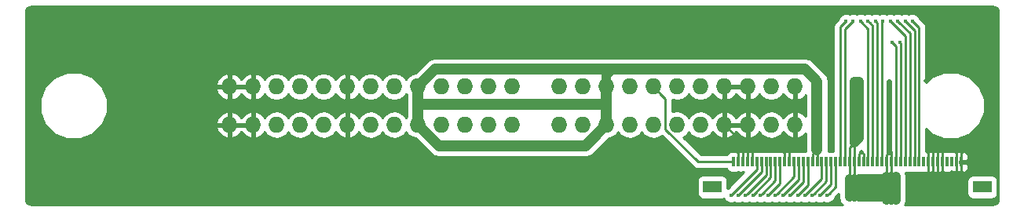
<source format=gbr>
G04 #@! TF.FileFunction,Copper,L2,Bot,Signal*
%FSLAX46Y46*%
G04 Gerber Fmt 4.6, Leading zero omitted, Abs format (unit mm)*
G04 Created by KiCad (PCBNEW 4.0.6) date Mon Sep  4 14:46:53 2017*
%MOMM*%
%LPD*%
G01*
G04 APERTURE LIST*
%ADD10C,0.100000*%
%ADD11C,0.500000*%
%ADD12O,1.727200X1.727200*%
%ADD13R,0.300000X1.000000*%
%ADD14R,2.000000X1.300000*%
%ADD15C,0.400000*%
%ADD16C,1.200000*%
%ADD17C,0.300000*%
%ADD18C,0.250000*%
%ADD19C,0.600000*%
%ADD20C,1.000000*%
%ADD21C,0.254000*%
G04 APERTURE END LIST*
D10*
D11*
X128651000Y-35433000D03*
X129794000Y-34671000D03*
X131318000Y-34290000D03*
X132842000Y-34671000D03*
X134112000Y-35560000D03*
X134747000Y-36576000D03*
X132842000Y-41656000D03*
X134112000Y-40767000D03*
X134874000Y-39624000D03*
X135128000Y-38100000D03*
X40259000Y-36576000D03*
X39497000Y-35433000D03*
X38354000Y-34671000D03*
X36830000Y-34290000D03*
X35179000Y-34671000D03*
X34036000Y-35433000D03*
X33274000Y-36576000D03*
X33020000Y-38100000D03*
X33274000Y-39497000D03*
X34036000Y-40767000D03*
X35179000Y-41529000D03*
X36703000Y-41910000D03*
X38227000Y-41656000D03*
X39497000Y-40767000D03*
X40259000Y-39624000D03*
D12*
X53558000Y-40180000D03*
X53558000Y-36060000D03*
X56105000Y-40180000D03*
X56098000Y-36060000D03*
X58645000Y-40180000D03*
X58638000Y-36060000D03*
X61178000Y-40180000D03*
X61178000Y-36060000D03*
X63725000Y-40180000D03*
X63718000Y-36060000D03*
X66265000Y-40180000D03*
X66258000Y-36060000D03*
X68805000Y-40180000D03*
X68798000Y-36060000D03*
X71345000Y-40180000D03*
X71338000Y-36060000D03*
X73885000Y-40180000D03*
X73878000Y-36060000D03*
X76425000Y-40180000D03*
X76418000Y-36060000D03*
X78965000Y-40180000D03*
X78958000Y-36060000D03*
X81505000Y-40180000D03*
X81498000Y-36060000D03*
X84045000Y-40180000D03*
X84038000Y-36060000D03*
X89125000Y-40180000D03*
X89118000Y-36060000D03*
X91665000Y-40180000D03*
X91658000Y-36060000D03*
X94205000Y-40180000D03*
X94198000Y-36060000D03*
X96745000Y-40180000D03*
X96738000Y-36060000D03*
X99285000Y-40180000D03*
X99278000Y-36060000D03*
X101825000Y-40180000D03*
X101818000Y-36060000D03*
X104365000Y-40180000D03*
X104358000Y-36060000D03*
X106905000Y-40180000D03*
X106898000Y-36060000D03*
X109445000Y-40180000D03*
X109438000Y-36060000D03*
X111985000Y-40180000D03*
X111978000Y-36060000D03*
X114525000Y-40180000D03*
X114518000Y-36060000D03*
D13*
X132411000Y-44196000D03*
X131911000Y-44196000D03*
X131411000Y-44196000D03*
X130911000Y-44196000D03*
D14*
X134711000Y-46896000D03*
X105611000Y-46896000D03*
D13*
X130411000Y-44196000D03*
X129911000Y-44196000D03*
X129411000Y-44196000D03*
X128911000Y-44196000D03*
X128411000Y-44196000D03*
X127911000Y-44196000D03*
X127411000Y-44196000D03*
X126911000Y-44196000D03*
X122911000Y-44196000D03*
X124411000Y-44196000D03*
X123911000Y-44196000D03*
X123411000Y-44196000D03*
X122411000Y-44196000D03*
X124911000Y-44196000D03*
X125411000Y-44196000D03*
X126411000Y-44196000D03*
X125911000Y-44196000D03*
X121411000Y-44196000D03*
X121911000Y-44196000D03*
X120911000Y-44196000D03*
X116411000Y-44196000D03*
X116911000Y-44196000D03*
X117411000Y-44196000D03*
X117911000Y-44196000D03*
X118411000Y-44196000D03*
X110911000Y-44196000D03*
X109411000Y-44196000D03*
X110411000Y-44196000D03*
X109911000Y-44196000D03*
X108911000Y-44196000D03*
X111411000Y-44196000D03*
X112911000Y-44196000D03*
X112411000Y-44196000D03*
X113411000Y-44196000D03*
X111911000Y-44196000D03*
X113911000Y-44196000D03*
X114911000Y-44196000D03*
X115411000Y-44196000D03*
X115911000Y-44196000D03*
X114411000Y-44196000D03*
X118911000Y-44196000D03*
X119411000Y-44196000D03*
X119911000Y-44196000D03*
X120411000Y-44196000D03*
X108411000Y-44196000D03*
X107911000Y-44196000D03*
D11*
X40640000Y-38100000D03*
X124673304Y-35548245D03*
X124670631Y-36049135D03*
X124400000Y-48300000D03*
X124900000Y-48300000D03*
X125400000Y-48300000D03*
X125400000Y-47800000D03*
X125400000Y-47300000D03*
X125400000Y-46800000D03*
X125400000Y-46300000D03*
X125400000Y-45800000D03*
X124900000Y-45800000D03*
X124400000Y-45800000D03*
X121400000Y-48000000D03*
X120900000Y-48000000D03*
X120400000Y-48000000D03*
X120400000Y-47500000D03*
X121400000Y-46000000D03*
X120900000Y-46000000D03*
X120411000Y-46000000D03*
X120411000Y-46500000D03*
X120400000Y-47000000D03*
X116650000Y-35550000D03*
X116650000Y-36050000D03*
X117150000Y-36050000D03*
X120911000Y-36050000D03*
X121400000Y-36050000D03*
X121400000Y-35550000D03*
X117150000Y-35550000D03*
X120900000Y-35550000D03*
X131400000Y-42400000D03*
X130900000Y-42800000D03*
X131400000Y-45300000D03*
X131000000Y-45800000D03*
X121698841Y-43101095D03*
X115000000Y-42000000D03*
X114500000Y-42000000D03*
X114000000Y-42000000D03*
X132450000Y-45300000D03*
X131950000Y-45750000D03*
X130450000Y-45300000D03*
X129950000Y-45750000D03*
X129400000Y-45300000D03*
X128900000Y-45750000D03*
X132400000Y-42350000D03*
X131911000Y-42789000D03*
X129398883Y-42350452D03*
X130400000Y-42350000D03*
X129911000Y-42811000D03*
X128911000Y-42789000D03*
D15*
X127198132Y-28999464D03*
X126397766Y-29001705D03*
X125600675Y-29001705D03*
X122398204Y-29001705D03*
X123999439Y-29001705D03*
X123202348Y-29001705D03*
X121601113Y-29001705D03*
X125003106Y-31302444D03*
X124796530Y-29001705D03*
X125801950Y-31302444D03*
X115599248Y-47801003D03*
X116400185Y-47799711D03*
X117201122Y-47799711D03*
X108401151Y-47799711D03*
X107599646Y-47800772D03*
X109199504Y-47799711D03*
X111599731Y-47799711D03*
X110798794Y-47801003D03*
X110000441Y-47799711D03*
X113199021Y-47801003D03*
X113999958Y-47799711D03*
X114800895Y-47799711D03*
X112400668Y-47799711D03*
X117999475Y-47801003D03*
X119999877Y-29001705D03*
X120796968Y-29001705D03*
D16*
X73878000Y-38000000D02*
X94098000Y-38000000D01*
D17*
X94098000Y-38000000D02*
X94198000Y-37900000D01*
D18*
X124411000Y-43396000D02*
X124600000Y-43207000D01*
X124600000Y-43207000D02*
X124807000Y-43000000D01*
D19*
X124670631Y-36049135D02*
X124670631Y-43136369D01*
X124673304Y-35548245D02*
X124673304Y-36046462D01*
D17*
X124673304Y-36046462D02*
X124670631Y-36049135D01*
X124670631Y-35550918D02*
X124673304Y-35548245D01*
X124673304Y-35549323D02*
X124673304Y-35548245D01*
X124670631Y-35551996D02*
X124673304Y-35549323D01*
D18*
X124807000Y-43000000D02*
X124911000Y-43104000D01*
X124411000Y-44196000D02*
X124411000Y-43396000D01*
X124911000Y-43104000D02*
X124911000Y-44196000D01*
D20*
X120400000Y-47500000D02*
X125200000Y-47500000D01*
D17*
X125200000Y-47500000D02*
X125400000Y-47300000D01*
D20*
X120400000Y-47000000D02*
X125200000Y-47000000D01*
D17*
X125200000Y-47000000D02*
X125400000Y-46800000D01*
D20*
X120411000Y-46500000D02*
X125100000Y-46500000D01*
D17*
X125100000Y-46500000D02*
X125150001Y-46549999D01*
X125150001Y-46549999D02*
X125400000Y-46300000D01*
D20*
X121400000Y-48000000D02*
X124100000Y-48000000D01*
D17*
X124100000Y-48000000D02*
X124400000Y-48300000D01*
D20*
X121400000Y-46000000D02*
X124200000Y-46000000D01*
D17*
X124200000Y-46000000D02*
X124400000Y-45800000D01*
D20*
X124900000Y-45800000D02*
X124900000Y-48300000D01*
X124400000Y-48300000D02*
X124400000Y-45800000D01*
D17*
X125400000Y-48300000D02*
X124900000Y-48300000D01*
D20*
X125400000Y-48300000D02*
X125400000Y-47800000D01*
X125400000Y-47300000D02*
X125400000Y-47800000D01*
X125400000Y-46800000D02*
X125400000Y-47300000D01*
X125400000Y-46300000D02*
X125400000Y-46800000D01*
X125400000Y-46300000D02*
X125400000Y-45800000D01*
D17*
X124900000Y-45800000D02*
X124400000Y-45800000D01*
X125400000Y-45800000D02*
X124900000Y-45800000D01*
D18*
X124911000Y-44196000D02*
X124911000Y-45789000D01*
D17*
X124911000Y-45789000D02*
X124900000Y-45800000D01*
D18*
X124411000Y-44196000D02*
X124411000Y-45789000D01*
D17*
X124411000Y-45789000D02*
X124400000Y-45800000D01*
D20*
X121400000Y-41613013D02*
X120911000Y-42102013D01*
X121400000Y-36050000D02*
X121400000Y-41613013D01*
X120911000Y-36050000D02*
X120911000Y-42102013D01*
D18*
X120411000Y-44196000D02*
X120411000Y-42602013D01*
X120411000Y-42602013D02*
X120911000Y-42102013D01*
X120911000Y-42102013D02*
X120911000Y-44196000D01*
D16*
X76133435Y-42428435D02*
X87700000Y-42428435D01*
X73885000Y-40180000D02*
X76133435Y-42428435D01*
X93341401Y-41043599D02*
X94205000Y-40180000D01*
X91956565Y-42428435D02*
X93341401Y-41043599D01*
X87700000Y-42428435D02*
X91956565Y-42428435D01*
X115591427Y-34200000D02*
X94850000Y-34200000D01*
X116682972Y-35291545D02*
X115591427Y-34200000D01*
X88000000Y-34200000D02*
X75738000Y-34200000D01*
X94850000Y-34200000D02*
X88000000Y-34200000D01*
X73878000Y-38000000D02*
X73878000Y-40173000D01*
X94198000Y-36060000D02*
X94198000Y-37900000D01*
X73878000Y-36060000D02*
X73878000Y-38000000D01*
X94198000Y-37900000D02*
X94198000Y-40173000D01*
D20*
X121400000Y-46000000D02*
X121400000Y-48000000D01*
X120900000Y-46000000D02*
X120900000Y-48000000D01*
X120400000Y-47500000D02*
X120400000Y-48000000D01*
X120400000Y-47000000D02*
X120400000Y-47500000D01*
D18*
X120911000Y-44196000D02*
X120911000Y-45993408D01*
X120911000Y-45993408D02*
X120894121Y-46010287D01*
X120411000Y-44196000D02*
X120411000Y-46000000D01*
D20*
X120411000Y-46500000D02*
X120411000Y-46000000D01*
X120400000Y-47000000D02*
X120400000Y-46511000D01*
D17*
X120400000Y-46511000D02*
X120411000Y-46500000D01*
X120411000Y-46989000D02*
X120400000Y-47000000D01*
D20*
X121400000Y-35550000D02*
X121400000Y-36050000D01*
X120911000Y-36050000D02*
X121400000Y-36050000D01*
X120900000Y-35550000D02*
X121400000Y-35550000D01*
X120911000Y-36050000D02*
X120911000Y-35561000D01*
D17*
X120911000Y-35561000D02*
X120900000Y-35550000D01*
X117150000Y-35550000D02*
X116891545Y-35291545D01*
X116891545Y-35291545D02*
X116682972Y-35291545D01*
D16*
X116898613Y-42900684D02*
X116898613Y-36050000D01*
D17*
X116898613Y-35801387D02*
X116898613Y-36050000D01*
D16*
X116898613Y-36050000D02*
X116898613Y-35507186D01*
D18*
X116898613Y-42900684D02*
X116911000Y-42913071D01*
X116911000Y-42913071D02*
X116911000Y-44196000D01*
X116411000Y-44196000D02*
X116411000Y-43387224D01*
X116411000Y-43387224D02*
X116898904Y-42899320D01*
D20*
X94198000Y-36060000D02*
X94198000Y-34838686D01*
X94198000Y-34838686D02*
X94836686Y-34200000D01*
D17*
X94836686Y-34200000D02*
X94850000Y-34200000D01*
D16*
X75738000Y-34200000D02*
X73878000Y-36060000D01*
D17*
X94198000Y-40173000D02*
X94205000Y-40180000D01*
X73878000Y-40173000D02*
X73885000Y-40180000D01*
X130400000Y-42350000D02*
X131350000Y-42350000D01*
X131350000Y-42350000D02*
X131400000Y-42400000D01*
X129911000Y-42811000D02*
X130889000Y-42811000D01*
X130889000Y-42811000D02*
X130900000Y-42800000D01*
X132450000Y-45300000D02*
X131400000Y-45300000D01*
X131950000Y-45750000D02*
X131050000Y-45750000D01*
X131050000Y-45750000D02*
X131000000Y-45800000D01*
D18*
X121448842Y-43351094D02*
X121698841Y-43101095D01*
X121411000Y-43388936D02*
X121448842Y-43351094D01*
X121411000Y-44196000D02*
X121411000Y-43388936D01*
X121911000Y-43313254D02*
X121698841Y-43101095D01*
X121911000Y-44196000D02*
X121911000Y-43313254D01*
X109445000Y-42851559D02*
X109445000Y-41650000D01*
X109445000Y-41650000D02*
X109445000Y-40180000D01*
X109935999Y-43172908D02*
X109935999Y-42140999D01*
X109935999Y-42140999D02*
X109445000Y-41650000D01*
X108911000Y-43015371D02*
X108911000Y-42169636D01*
X108911000Y-42169636D02*
X108411000Y-41669636D01*
X106905000Y-40180000D02*
X106921364Y-40180000D01*
X108411000Y-41669636D02*
X108411000Y-43396000D01*
X106921364Y-40180000D02*
X108411000Y-41669636D01*
X108411000Y-43396000D02*
X108411000Y-44196000D01*
D17*
X114000000Y-42000000D02*
X114500000Y-42000000D01*
X114500000Y-42000000D02*
X115000000Y-42000000D01*
D18*
X113911000Y-44196000D02*
X113911000Y-42624117D01*
X113911000Y-42624117D02*
X114510117Y-42025000D01*
X114510117Y-42025000D02*
X114525000Y-42025000D01*
X108911000Y-44196000D02*
X108911000Y-43015371D01*
D17*
X114525000Y-42025000D02*
X114500000Y-42000000D01*
D18*
X113386001Y-44171001D02*
X113386001Y-43239079D01*
X113386001Y-42613999D02*
X114000000Y-42000000D01*
X113386001Y-43239079D02*
X113386001Y-42613999D01*
X113411000Y-44196000D02*
X113386001Y-44171001D01*
D17*
X114525000Y-40180000D02*
X114525000Y-36067000D01*
X114525000Y-36067000D02*
X114518000Y-36060000D01*
X106898000Y-36060000D02*
X109438000Y-36060000D01*
X106898000Y-40173000D02*
X106905000Y-40180000D01*
D18*
X109411000Y-44196000D02*
X109411000Y-42885559D01*
X109411000Y-42885559D02*
X109445000Y-42851559D01*
X109911000Y-44196000D02*
X109935999Y-44171001D01*
X109935999Y-44171001D02*
X109935999Y-43172908D01*
X132411000Y-44196000D02*
X132411000Y-45261000D01*
D17*
X132411000Y-45261000D02*
X132450000Y-45300000D01*
D18*
X131911000Y-44196000D02*
X131911000Y-45711000D01*
D17*
X131911000Y-45711000D02*
X131950000Y-45750000D01*
D18*
X130411000Y-44196000D02*
X130411000Y-45261000D01*
D17*
X130411000Y-45261000D02*
X130450000Y-45300000D01*
D18*
X129911000Y-44196000D02*
X129911000Y-45711000D01*
D17*
X129911000Y-45711000D02*
X129950000Y-45750000D01*
D18*
X129411000Y-44196000D02*
X129411000Y-45289000D01*
D17*
X129411000Y-45289000D02*
X129400000Y-45300000D01*
D18*
X128911000Y-44196000D02*
X128911000Y-45739000D01*
D17*
X128911000Y-45739000D02*
X128900000Y-45750000D01*
X132411000Y-42811000D02*
X132411000Y-42361000D01*
X132411000Y-42361000D02*
X132400000Y-42350000D01*
X129398883Y-42704005D02*
X129398883Y-42350452D01*
X129398883Y-42798883D02*
X129398883Y-42704005D01*
X129411000Y-42811000D02*
X129398883Y-42798883D01*
X130411000Y-42811000D02*
X130400000Y-42800000D01*
X130400000Y-42800000D02*
X130400000Y-42350000D01*
D18*
X132411000Y-42811000D02*
X132411000Y-44196000D01*
X131911000Y-44196000D02*
X131911000Y-42789000D01*
X129911000Y-44196000D02*
X129911000Y-42811000D01*
X130411000Y-42811000D02*
X130411000Y-44196000D01*
X129411000Y-44196000D02*
X129411000Y-42811000D01*
X128911000Y-44196000D02*
X128911000Y-42789000D01*
D17*
X109911000Y-36533000D02*
X109438000Y-36060000D01*
D18*
X127398131Y-29199463D02*
X127198132Y-28999464D01*
X127911000Y-29712332D02*
X127398131Y-29199463D01*
X127911000Y-44196000D02*
X127911000Y-29712332D01*
X127411000Y-44196000D02*
X127411000Y-30014939D01*
X127411000Y-30014939D02*
X126597765Y-29201704D01*
X126597765Y-29201704D02*
X126397766Y-29001705D01*
X126911000Y-44196000D02*
X126911000Y-30312030D01*
X125800674Y-29201704D02*
X125600675Y-29001705D01*
X126911000Y-30312030D02*
X125800674Y-29201704D01*
X122598203Y-29201704D02*
X122398204Y-29001705D01*
X122911000Y-29514501D02*
X122598203Y-29201704D01*
X122911000Y-44196000D02*
X122911000Y-29514501D01*
X123911000Y-29090144D02*
X123999439Y-29001705D01*
X123911000Y-44196000D02*
X123911000Y-29090144D01*
X123411000Y-29210357D02*
X123402347Y-29201704D01*
X123411000Y-44196000D02*
X123411000Y-29210357D01*
X123402347Y-29201704D02*
X123202348Y-29001705D01*
X122411000Y-44196000D02*
X122411000Y-29811592D01*
X122411000Y-29811592D02*
X121801112Y-29201704D01*
X121801112Y-29201704D02*
X121601113Y-29001705D01*
X125411000Y-44196000D02*
X125411000Y-31710338D01*
X125411000Y-31710338D02*
X125003106Y-31302444D01*
X124996529Y-29201704D02*
X124796530Y-29001705D01*
X126411000Y-30616175D02*
X124996529Y-29201704D01*
X126411000Y-44196000D02*
X126411000Y-30616175D01*
X125911000Y-44196000D02*
X125911000Y-31411494D01*
X125911000Y-31411494D02*
X125801950Y-31302444D01*
X115799247Y-47601004D02*
X115599248Y-47801003D01*
X117411000Y-45989251D02*
X115799247Y-47601004D01*
X117411000Y-44196000D02*
X117411000Y-45989251D01*
X117911000Y-46288896D02*
X116600184Y-47599712D01*
X116600184Y-47599712D02*
X116400185Y-47799711D01*
X117911000Y-44196000D02*
X117911000Y-46288896D01*
X118411000Y-46589833D02*
X117401121Y-47599712D01*
X118411000Y-44196000D02*
X118411000Y-46589833D01*
X117401121Y-47599712D02*
X117201122Y-47799711D01*
X108601150Y-47599712D02*
X108401151Y-47799711D01*
X110911000Y-45289862D02*
X108601150Y-47599712D01*
X110911000Y-44196000D02*
X110911000Y-45289862D01*
X107799645Y-47600773D02*
X107599646Y-47800772D01*
X110411000Y-44196000D02*
X110411000Y-44989418D01*
X110411000Y-44989418D02*
X107799645Y-47600773D01*
X111411000Y-45588215D02*
X109399503Y-47599712D01*
X111411000Y-44196000D02*
X111411000Y-45588215D01*
X109399503Y-47599712D02*
X109199504Y-47799711D01*
X112911000Y-44196000D02*
X112911000Y-46488442D01*
X111799730Y-47599712D02*
X111599731Y-47799711D01*
X112911000Y-46488442D02*
X111799730Y-47599712D01*
X110998793Y-47601004D02*
X110798794Y-47801003D01*
X112411000Y-46188797D02*
X110998793Y-47601004D01*
X112411000Y-44196000D02*
X112411000Y-46188797D01*
X111911000Y-44196000D02*
X111911000Y-45889152D01*
X110200440Y-47599712D02*
X110000441Y-47799711D01*
X111911000Y-45889152D02*
X110200440Y-47599712D01*
X114911000Y-46089024D02*
X113399020Y-47601004D01*
X114911000Y-44196000D02*
X114911000Y-46089024D01*
X113399020Y-47601004D02*
X113199021Y-47801003D01*
X114199957Y-47599712D02*
X113999958Y-47799711D01*
X115411000Y-46388669D02*
X114199957Y-47599712D01*
X115411000Y-44196000D02*
X115411000Y-46388669D01*
X115000894Y-47599712D02*
X114800895Y-47799711D01*
X115911000Y-46689606D02*
X115000894Y-47599712D01*
X115911000Y-44196000D02*
X115911000Y-46689606D01*
X112600667Y-47599712D02*
X112400668Y-47799711D01*
X114411000Y-44196000D02*
X114411000Y-45789379D01*
X114411000Y-45789379D02*
X112600667Y-47599712D01*
X118911000Y-46889478D02*
X118199474Y-47601004D01*
X118911000Y-44196000D02*
X118911000Y-46889478D01*
X118199474Y-47601004D02*
X117999475Y-47801003D01*
X119799878Y-29201704D02*
X119999877Y-29001705D01*
X119411000Y-29590582D02*
X119799878Y-29201704D01*
X119411000Y-44196000D02*
X119411000Y-29590582D01*
X120596969Y-29201704D02*
X120796968Y-29001705D01*
X119911000Y-29887673D02*
X120596969Y-29201704D01*
X119911000Y-44196000D02*
X119911000Y-29887673D01*
X107911000Y-44196000D02*
X104081870Y-44196000D01*
X100564391Y-37346391D02*
X100141599Y-36923599D01*
X100141599Y-36923599D02*
X99278000Y-36060000D01*
X104081870Y-44196000D02*
X100564391Y-40678521D01*
X100564391Y-40678521D02*
X100564391Y-37346391D01*
D21*
G36*
X136098979Y-27435478D02*
X136276145Y-27553856D01*
X136394521Y-27731019D01*
X136450000Y-28009931D01*
X136450000Y-48190069D01*
X136394521Y-48468981D01*
X136276145Y-48646144D01*
X136098979Y-48764522D01*
X135820070Y-48820000D01*
X126391371Y-48820000D01*
X126448603Y-48734346D01*
X126535000Y-48300000D01*
X126535000Y-46246000D01*
X133063560Y-46246000D01*
X133063560Y-47546000D01*
X133107838Y-47781317D01*
X133246910Y-47997441D01*
X133459110Y-48142431D01*
X133711000Y-48193440D01*
X135711000Y-48193440D01*
X135946317Y-48149162D01*
X136162441Y-48010090D01*
X136307431Y-47797890D01*
X136358440Y-47546000D01*
X136358440Y-46246000D01*
X136314162Y-46010683D01*
X136175090Y-45794559D01*
X135962890Y-45649569D01*
X135711000Y-45598560D01*
X133711000Y-45598560D01*
X133475683Y-45642838D01*
X133259559Y-45781910D01*
X133114569Y-45994110D01*
X133063560Y-46246000D01*
X126535000Y-46246000D01*
X126535000Y-45800000D01*
X126448603Y-45365654D01*
X126433760Y-45343440D01*
X126561000Y-45343440D01*
X126664671Y-45323933D01*
X126761000Y-45343440D01*
X127061000Y-45343440D01*
X127164671Y-45323933D01*
X127261000Y-45343440D01*
X127561000Y-45343440D01*
X127664671Y-45323933D01*
X127761000Y-45343440D01*
X128061000Y-45343440D01*
X128164671Y-45323933D01*
X128261000Y-45343440D01*
X128561000Y-45343440D01*
X128632324Y-45330019D01*
X128634691Y-45331000D01*
X128677250Y-45331000D01*
X128688871Y-45319379D01*
X128796317Y-45299162D01*
X128899646Y-45232671D01*
X128901302Y-45234327D01*
X129134691Y-45331000D01*
X129187309Y-45331000D01*
X129411000Y-45238344D01*
X129634691Y-45331000D01*
X129687309Y-45331000D01*
X129911000Y-45238344D01*
X130134691Y-45331000D01*
X130187309Y-45331000D01*
X130420698Y-45234327D01*
X130422068Y-45232957D01*
X130509110Y-45292431D01*
X130630830Y-45317080D01*
X130644750Y-45331000D01*
X130687309Y-45331000D01*
X130691335Y-45329332D01*
X130761000Y-45343440D01*
X131061000Y-45343440D01*
X131164671Y-45323933D01*
X131261000Y-45343440D01*
X131561000Y-45343440D01*
X131632324Y-45330019D01*
X131634691Y-45331000D01*
X131677250Y-45331000D01*
X131688871Y-45319379D01*
X131796317Y-45299162D01*
X131899646Y-45232671D01*
X131901302Y-45234327D01*
X132134691Y-45331000D01*
X132187309Y-45331000D01*
X132420698Y-45234327D01*
X132486000Y-45169025D01*
X132486000Y-45172250D01*
X132644750Y-45331000D01*
X132687309Y-45331000D01*
X132920698Y-45234327D01*
X133099327Y-45055699D01*
X133196000Y-44822310D01*
X133196000Y-44481750D01*
X133037250Y-44323000D01*
X132264000Y-44323000D01*
X132264000Y-44069000D01*
X133037250Y-44069000D01*
X133196000Y-43910250D01*
X133196000Y-43569690D01*
X133099327Y-43336301D01*
X132920698Y-43157673D01*
X132687309Y-43061000D01*
X132644750Y-43061000D01*
X132486000Y-43219750D01*
X132486000Y-43222975D01*
X132420698Y-43157673D01*
X132187309Y-43061000D01*
X132134691Y-43061000D01*
X131901302Y-43157673D01*
X131899932Y-43159043D01*
X131812890Y-43099569D01*
X131691170Y-43074920D01*
X131677250Y-43061000D01*
X131634691Y-43061000D01*
X131630665Y-43062668D01*
X131561000Y-43048560D01*
X131261000Y-43048560D01*
X131157329Y-43068067D01*
X131061000Y-43048560D01*
X130761000Y-43048560D01*
X130689676Y-43061981D01*
X130687309Y-43061000D01*
X130644750Y-43061000D01*
X130633129Y-43072621D01*
X130525683Y-43092838D01*
X130422354Y-43159329D01*
X130420698Y-43157673D01*
X130187309Y-43061000D01*
X130134691Y-43061000D01*
X129911000Y-43153656D01*
X129687309Y-43061000D01*
X129634691Y-43061000D01*
X129411000Y-43153656D01*
X129187309Y-43061000D01*
X129134691Y-43061000D01*
X128901302Y-43157673D01*
X128899932Y-43159043D01*
X128812890Y-43099569D01*
X128691170Y-43074920D01*
X128677250Y-43061000D01*
X128671000Y-43061000D01*
X128671000Y-40593534D01*
X129256249Y-41179806D01*
X130591782Y-41734368D01*
X132037874Y-41735630D01*
X133374372Y-41183400D01*
X134397806Y-40161751D01*
X134952368Y-38826218D01*
X134953630Y-37380126D01*
X134401400Y-36043628D01*
X133379751Y-35020194D01*
X132044218Y-34465632D01*
X130598126Y-34464370D01*
X129261628Y-35016600D01*
X128671000Y-35606198D01*
X128671000Y-29712332D01*
X128624296Y-29477538D01*
X128613148Y-29421492D01*
X128448401Y-29174931D01*
X127980964Y-28707494D01*
X127906424Y-28527092D01*
X127671739Y-28291998D01*
X127364953Y-28164609D01*
X127032769Y-28164319D01*
X126795044Y-28262544D01*
X126564587Y-28166850D01*
X126232403Y-28166560D01*
X125999025Y-28262989D01*
X125767496Y-28166850D01*
X125435312Y-28166560D01*
X125198398Y-28264450D01*
X124963351Y-28166850D01*
X124631167Y-28166560D01*
X124397789Y-28262989D01*
X124166260Y-28166850D01*
X123834076Y-28166560D01*
X123600698Y-28262989D01*
X123369169Y-28166850D01*
X123036985Y-28166560D01*
X122800072Y-28264450D01*
X122565025Y-28166850D01*
X122232841Y-28166560D01*
X121999463Y-28262989D01*
X121767934Y-28166850D01*
X121435750Y-28166560D01*
X121198836Y-28264450D01*
X120963789Y-28166850D01*
X120631605Y-28166560D01*
X120398227Y-28262989D01*
X120166698Y-28166850D01*
X119834514Y-28166560D01*
X119527505Y-28293413D01*
X119292411Y-28528098D01*
X119216948Y-28709832D01*
X118873599Y-29053181D01*
X118708852Y-29299743D01*
X118651000Y-29590582D01*
X118651000Y-43066785D01*
X118561000Y-43048560D01*
X118261000Y-43048560D01*
X118157329Y-43068067D01*
X118102526Y-43056969D01*
X118133613Y-42900684D01*
X118133613Y-35507186D01*
X118039604Y-35034572D01*
X117771890Y-34633909D01*
X117642623Y-34547535D01*
X117556249Y-34418268D01*
X116464704Y-33326723D01*
X116064041Y-33059009D01*
X115591427Y-32965000D01*
X75738000Y-32965000D01*
X75265386Y-33059009D01*
X74864723Y-33326723D01*
X73575768Y-34615678D01*
X73275152Y-34675474D01*
X72788971Y-35000330D01*
X72608000Y-35271172D01*
X72427029Y-35000330D01*
X71940848Y-34675474D01*
X71367359Y-34561400D01*
X71308641Y-34561400D01*
X70735152Y-34675474D01*
X70248971Y-35000330D01*
X70068000Y-35271172D01*
X69887029Y-35000330D01*
X69400848Y-34675474D01*
X68827359Y-34561400D01*
X68768641Y-34561400D01*
X68195152Y-34675474D01*
X67708971Y-35000330D01*
X67528008Y-35271161D01*
X67146490Y-34853179D01*
X66617027Y-34605032D01*
X66385000Y-34725531D01*
X66385000Y-35933000D01*
X66405000Y-35933000D01*
X66405000Y-36187000D01*
X66385000Y-36187000D01*
X66385000Y-37394469D01*
X66617027Y-37514968D01*
X67146490Y-37266821D01*
X67528008Y-36848839D01*
X67708971Y-37119670D01*
X68195152Y-37444526D01*
X68768641Y-37558600D01*
X68827359Y-37558600D01*
X69400848Y-37444526D01*
X69887029Y-37119670D01*
X70068000Y-36848828D01*
X70248971Y-37119670D01*
X70735152Y-37444526D01*
X71308641Y-37558600D01*
X71367359Y-37558600D01*
X71940848Y-37444526D01*
X72427029Y-37119670D01*
X72608000Y-36848828D01*
X72643000Y-36901209D01*
X72643000Y-39349267D01*
X72615000Y-39391172D01*
X72434029Y-39120330D01*
X71947848Y-38795474D01*
X71374359Y-38681400D01*
X71315641Y-38681400D01*
X70742152Y-38795474D01*
X70255971Y-39120330D01*
X70075000Y-39391172D01*
X69894029Y-39120330D01*
X69407848Y-38795474D01*
X68834359Y-38681400D01*
X68775641Y-38681400D01*
X68202152Y-38795474D01*
X67715971Y-39120330D01*
X67535008Y-39391161D01*
X67153490Y-38973179D01*
X66624027Y-38725032D01*
X66392000Y-38845531D01*
X66392000Y-40053000D01*
X66412000Y-40053000D01*
X66412000Y-40307000D01*
X66392000Y-40307000D01*
X66392000Y-41514469D01*
X66624027Y-41634968D01*
X67153490Y-41386821D01*
X67535008Y-40968839D01*
X67715971Y-41239670D01*
X68202152Y-41564526D01*
X68775641Y-41678600D01*
X68834359Y-41678600D01*
X69407848Y-41564526D01*
X69894029Y-41239670D01*
X70075000Y-40968828D01*
X70255971Y-41239670D01*
X70742152Y-41564526D01*
X71315641Y-41678600D01*
X71374359Y-41678600D01*
X71947848Y-41564526D01*
X72434029Y-41239670D01*
X72615000Y-40968828D01*
X72795971Y-41239670D01*
X73282152Y-41564526D01*
X73582768Y-41624322D01*
X75260158Y-43301712D01*
X75660821Y-43569426D01*
X76133435Y-43663435D01*
X91956565Y-43663435D01*
X92429179Y-43569426D01*
X92829842Y-43301712D01*
X94507232Y-41624322D01*
X94807848Y-41564526D01*
X95294029Y-41239670D01*
X95475000Y-40968828D01*
X95655971Y-41239670D01*
X96142152Y-41564526D01*
X96715641Y-41678600D01*
X96774359Y-41678600D01*
X97347848Y-41564526D01*
X97834029Y-41239670D01*
X98015000Y-40968828D01*
X98195971Y-41239670D01*
X98682152Y-41564526D01*
X99255641Y-41678600D01*
X99314359Y-41678600D01*
X99887848Y-41564526D01*
X100180230Y-41369162D01*
X103544469Y-44733402D01*
X103791031Y-44898148D01*
X104081870Y-44956000D01*
X107173721Y-44956000D01*
X107296910Y-45147441D01*
X107509110Y-45292431D01*
X107761000Y-45343440D01*
X108061000Y-45343440D01*
X108132324Y-45330019D01*
X108134691Y-45331000D01*
X108177250Y-45331000D01*
X108188871Y-45319379D01*
X108296317Y-45299162D01*
X108399646Y-45232671D01*
X108401302Y-45234327D01*
X108634691Y-45331000D01*
X108687309Y-45331000D01*
X108911000Y-45238344D01*
X109035643Y-45289973D01*
X107307676Y-47017940D01*
X107258440Y-47038284D01*
X107258440Y-46246000D01*
X107214162Y-46010683D01*
X107075090Y-45794559D01*
X106862890Y-45649569D01*
X106611000Y-45598560D01*
X104611000Y-45598560D01*
X104375683Y-45642838D01*
X104159559Y-45781910D01*
X104014569Y-45994110D01*
X103963560Y-46246000D01*
X103963560Y-47546000D01*
X104007838Y-47781317D01*
X104146910Y-47997441D01*
X104359110Y-48142431D01*
X104611000Y-48193440D01*
X106611000Y-48193440D01*
X106840573Y-48150243D01*
X106891354Y-48273144D01*
X107126039Y-48508238D01*
X107432825Y-48635627D01*
X107765009Y-48635917D01*
X108001880Y-48538044D01*
X108234330Y-48634566D01*
X108566514Y-48634856D01*
X108800525Y-48538165D01*
X109032683Y-48634566D01*
X109364867Y-48634856D01*
X109600173Y-48537630D01*
X109833620Y-48634566D01*
X110165804Y-48634856D01*
X110398255Y-48538810D01*
X110631973Y-48635858D01*
X110964157Y-48636148D01*
X111201022Y-48538278D01*
X111432910Y-48634566D01*
X111765094Y-48634856D01*
X112000400Y-48537630D01*
X112233847Y-48634566D01*
X112566031Y-48634856D01*
X112798482Y-48538810D01*
X113032200Y-48635858D01*
X113364384Y-48636148D01*
X113601249Y-48538278D01*
X113833137Y-48634566D01*
X114165321Y-48634856D01*
X114400627Y-48537630D01*
X114634074Y-48634566D01*
X114966258Y-48634856D01*
X115198709Y-48538810D01*
X115432427Y-48635858D01*
X115764611Y-48636148D01*
X116001476Y-48538278D01*
X116233364Y-48634566D01*
X116565548Y-48634856D01*
X116800854Y-48537630D01*
X117034301Y-48634566D01*
X117366485Y-48634856D01*
X117598936Y-48538810D01*
X117832654Y-48635858D01*
X118164838Y-48636148D01*
X118471847Y-48509295D01*
X118706941Y-48274610D01*
X118782404Y-48092876D01*
X119265000Y-47610280D01*
X119265000Y-48000000D01*
X119351397Y-48434346D01*
X119597434Y-48802566D01*
X119623526Y-48820000D01*
X32200931Y-48820000D01*
X31922019Y-48764521D01*
X31744856Y-48646145D01*
X31626478Y-48468979D01*
X31571000Y-48190070D01*
X31571000Y-38819874D01*
X33122370Y-38819874D01*
X33674600Y-40156372D01*
X34696249Y-41179806D01*
X36031782Y-41734368D01*
X37477874Y-41735630D01*
X38814372Y-41183400D01*
X39459871Y-40539026D01*
X52103042Y-40539026D01*
X52275312Y-40954947D01*
X52669510Y-41386821D01*
X53198973Y-41634968D01*
X53431000Y-41514469D01*
X53431000Y-40307000D01*
X53685000Y-40307000D01*
X53685000Y-41514469D01*
X53917027Y-41634968D01*
X54446490Y-41386821D01*
X54831500Y-40965013D01*
X55216510Y-41386821D01*
X55745973Y-41634968D01*
X55978000Y-41514469D01*
X55978000Y-40307000D01*
X53685000Y-40307000D01*
X53431000Y-40307000D01*
X52224183Y-40307000D01*
X52103042Y-40539026D01*
X39459871Y-40539026D01*
X39837806Y-40161751D01*
X39979309Y-39820974D01*
X52103042Y-39820974D01*
X52224183Y-40053000D01*
X53431000Y-40053000D01*
X53431000Y-38845531D01*
X53685000Y-38845531D01*
X53685000Y-40053000D01*
X55978000Y-40053000D01*
X55978000Y-38845531D01*
X56232000Y-38845531D01*
X56232000Y-40053000D01*
X56252000Y-40053000D01*
X56252000Y-40307000D01*
X56232000Y-40307000D01*
X56232000Y-41514469D01*
X56464027Y-41634968D01*
X56993490Y-41386821D01*
X57375008Y-40968839D01*
X57555971Y-41239670D01*
X58042152Y-41564526D01*
X58615641Y-41678600D01*
X58674359Y-41678600D01*
X59247848Y-41564526D01*
X59734029Y-41239670D01*
X59911500Y-40974066D01*
X60088971Y-41239670D01*
X60575152Y-41564526D01*
X61148641Y-41678600D01*
X61207359Y-41678600D01*
X61780848Y-41564526D01*
X62267029Y-41239670D01*
X62451500Y-40963590D01*
X62635971Y-41239670D01*
X63122152Y-41564526D01*
X63695641Y-41678600D01*
X63754359Y-41678600D01*
X64327848Y-41564526D01*
X64814029Y-41239670D01*
X64994992Y-40968839D01*
X65376510Y-41386821D01*
X65905973Y-41634968D01*
X66138000Y-41514469D01*
X66138000Y-40307000D01*
X66118000Y-40307000D01*
X66118000Y-40053000D01*
X66138000Y-40053000D01*
X66138000Y-38845531D01*
X65905973Y-38725032D01*
X65376510Y-38973179D01*
X64994992Y-39391161D01*
X64814029Y-39120330D01*
X64327848Y-38795474D01*
X63754359Y-38681400D01*
X63695641Y-38681400D01*
X63122152Y-38795474D01*
X62635971Y-39120330D01*
X62451500Y-39396410D01*
X62267029Y-39120330D01*
X61780848Y-38795474D01*
X61207359Y-38681400D01*
X61148641Y-38681400D01*
X60575152Y-38795474D01*
X60088971Y-39120330D01*
X59911500Y-39385934D01*
X59734029Y-39120330D01*
X59247848Y-38795474D01*
X58674359Y-38681400D01*
X58615641Y-38681400D01*
X58042152Y-38795474D01*
X57555971Y-39120330D01*
X57375008Y-39391161D01*
X56993490Y-38973179D01*
X56464027Y-38725032D01*
X56232000Y-38845531D01*
X55978000Y-38845531D01*
X55745973Y-38725032D01*
X55216510Y-38973179D01*
X54831500Y-39394987D01*
X54446490Y-38973179D01*
X53917027Y-38725032D01*
X53685000Y-38845531D01*
X53431000Y-38845531D01*
X53198973Y-38725032D01*
X52669510Y-38973179D01*
X52275312Y-39405053D01*
X52103042Y-39820974D01*
X39979309Y-39820974D01*
X40392368Y-38826218D01*
X40393630Y-37380126D01*
X39996512Y-36419026D01*
X52103042Y-36419026D01*
X52275312Y-36834947D01*
X52669510Y-37266821D01*
X53198973Y-37514968D01*
X53431000Y-37394469D01*
X53431000Y-36187000D01*
X53685000Y-36187000D01*
X53685000Y-37394469D01*
X53917027Y-37514968D01*
X54446490Y-37266821D01*
X54828000Y-36848848D01*
X55209510Y-37266821D01*
X55738973Y-37514968D01*
X55971000Y-37394469D01*
X55971000Y-36187000D01*
X53685000Y-36187000D01*
X53431000Y-36187000D01*
X52224183Y-36187000D01*
X52103042Y-36419026D01*
X39996512Y-36419026D01*
X39841400Y-36043628D01*
X39499344Y-35700974D01*
X52103042Y-35700974D01*
X52224183Y-35933000D01*
X53431000Y-35933000D01*
X53431000Y-34725531D01*
X53685000Y-34725531D01*
X53685000Y-35933000D01*
X55971000Y-35933000D01*
X55971000Y-34725531D01*
X56225000Y-34725531D01*
X56225000Y-35933000D01*
X56245000Y-35933000D01*
X56245000Y-36187000D01*
X56225000Y-36187000D01*
X56225000Y-37394469D01*
X56457027Y-37514968D01*
X56986490Y-37266821D01*
X57368008Y-36848839D01*
X57548971Y-37119670D01*
X58035152Y-37444526D01*
X58608641Y-37558600D01*
X58667359Y-37558600D01*
X59240848Y-37444526D01*
X59727029Y-37119670D01*
X59908000Y-36848828D01*
X60088971Y-37119670D01*
X60575152Y-37444526D01*
X61148641Y-37558600D01*
X61207359Y-37558600D01*
X61780848Y-37444526D01*
X62267029Y-37119670D01*
X62448000Y-36848828D01*
X62628971Y-37119670D01*
X63115152Y-37444526D01*
X63688641Y-37558600D01*
X63747359Y-37558600D01*
X64320848Y-37444526D01*
X64807029Y-37119670D01*
X64987992Y-36848839D01*
X65369510Y-37266821D01*
X65898973Y-37514968D01*
X66131000Y-37394469D01*
X66131000Y-36187000D01*
X66111000Y-36187000D01*
X66111000Y-35933000D01*
X66131000Y-35933000D01*
X66131000Y-34725531D01*
X65898973Y-34605032D01*
X65369510Y-34853179D01*
X64987992Y-35271161D01*
X64807029Y-35000330D01*
X64320848Y-34675474D01*
X63747359Y-34561400D01*
X63688641Y-34561400D01*
X63115152Y-34675474D01*
X62628971Y-35000330D01*
X62448000Y-35271172D01*
X62267029Y-35000330D01*
X61780848Y-34675474D01*
X61207359Y-34561400D01*
X61148641Y-34561400D01*
X60575152Y-34675474D01*
X60088971Y-35000330D01*
X59908000Y-35271172D01*
X59727029Y-35000330D01*
X59240848Y-34675474D01*
X58667359Y-34561400D01*
X58608641Y-34561400D01*
X58035152Y-34675474D01*
X57548971Y-35000330D01*
X57368008Y-35271161D01*
X56986490Y-34853179D01*
X56457027Y-34605032D01*
X56225000Y-34725531D01*
X55971000Y-34725531D01*
X55738973Y-34605032D01*
X55209510Y-34853179D01*
X54828000Y-35271152D01*
X54446490Y-34853179D01*
X53917027Y-34605032D01*
X53685000Y-34725531D01*
X53431000Y-34725531D01*
X53198973Y-34605032D01*
X52669510Y-34853179D01*
X52275312Y-35285053D01*
X52103042Y-35700974D01*
X39499344Y-35700974D01*
X38819751Y-35020194D01*
X37484218Y-34465632D01*
X36038126Y-34464370D01*
X34701628Y-35016600D01*
X33678194Y-36038249D01*
X33123632Y-37373782D01*
X33122370Y-38819874D01*
X31571000Y-38819874D01*
X31571000Y-28009930D01*
X31626478Y-27731021D01*
X31744856Y-27553855D01*
X31922019Y-27435479D01*
X32200931Y-27380000D01*
X135820070Y-27380000D01*
X136098979Y-27435478D01*
X136098979Y-27435478D01*
G37*
X136098979Y-27435478D02*
X136276145Y-27553856D01*
X136394521Y-27731019D01*
X136450000Y-28009931D01*
X136450000Y-48190069D01*
X136394521Y-48468981D01*
X136276145Y-48646144D01*
X136098979Y-48764522D01*
X135820070Y-48820000D01*
X126391371Y-48820000D01*
X126448603Y-48734346D01*
X126535000Y-48300000D01*
X126535000Y-46246000D01*
X133063560Y-46246000D01*
X133063560Y-47546000D01*
X133107838Y-47781317D01*
X133246910Y-47997441D01*
X133459110Y-48142431D01*
X133711000Y-48193440D01*
X135711000Y-48193440D01*
X135946317Y-48149162D01*
X136162441Y-48010090D01*
X136307431Y-47797890D01*
X136358440Y-47546000D01*
X136358440Y-46246000D01*
X136314162Y-46010683D01*
X136175090Y-45794559D01*
X135962890Y-45649569D01*
X135711000Y-45598560D01*
X133711000Y-45598560D01*
X133475683Y-45642838D01*
X133259559Y-45781910D01*
X133114569Y-45994110D01*
X133063560Y-46246000D01*
X126535000Y-46246000D01*
X126535000Y-45800000D01*
X126448603Y-45365654D01*
X126433760Y-45343440D01*
X126561000Y-45343440D01*
X126664671Y-45323933D01*
X126761000Y-45343440D01*
X127061000Y-45343440D01*
X127164671Y-45323933D01*
X127261000Y-45343440D01*
X127561000Y-45343440D01*
X127664671Y-45323933D01*
X127761000Y-45343440D01*
X128061000Y-45343440D01*
X128164671Y-45323933D01*
X128261000Y-45343440D01*
X128561000Y-45343440D01*
X128632324Y-45330019D01*
X128634691Y-45331000D01*
X128677250Y-45331000D01*
X128688871Y-45319379D01*
X128796317Y-45299162D01*
X128899646Y-45232671D01*
X128901302Y-45234327D01*
X129134691Y-45331000D01*
X129187309Y-45331000D01*
X129411000Y-45238344D01*
X129634691Y-45331000D01*
X129687309Y-45331000D01*
X129911000Y-45238344D01*
X130134691Y-45331000D01*
X130187309Y-45331000D01*
X130420698Y-45234327D01*
X130422068Y-45232957D01*
X130509110Y-45292431D01*
X130630830Y-45317080D01*
X130644750Y-45331000D01*
X130687309Y-45331000D01*
X130691335Y-45329332D01*
X130761000Y-45343440D01*
X131061000Y-45343440D01*
X131164671Y-45323933D01*
X131261000Y-45343440D01*
X131561000Y-45343440D01*
X131632324Y-45330019D01*
X131634691Y-45331000D01*
X131677250Y-45331000D01*
X131688871Y-45319379D01*
X131796317Y-45299162D01*
X131899646Y-45232671D01*
X131901302Y-45234327D01*
X132134691Y-45331000D01*
X132187309Y-45331000D01*
X132420698Y-45234327D01*
X132486000Y-45169025D01*
X132486000Y-45172250D01*
X132644750Y-45331000D01*
X132687309Y-45331000D01*
X132920698Y-45234327D01*
X133099327Y-45055699D01*
X133196000Y-44822310D01*
X133196000Y-44481750D01*
X133037250Y-44323000D01*
X132264000Y-44323000D01*
X132264000Y-44069000D01*
X133037250Y-44069000D01*
X133196000Y-43910250D01*
X133196000Y-43569690D01*
X133099327Y-43336301D01*
X132920698Y-43157673D01*
X132687309Y-43061000D01*
X132644750Y-43061000D01*
X132486000Y-43219750D01*
X132486000Y-43222975D01*
X132420698Y-43157673D01*
X132187309Y-43061000D01*
X132134691Y-43061000D01*
X131901302Y-43157673D01*
X131899932Y-43159043D01*
X131812890Y-43099569D01*
X131691170Y-43074920D01*
X131677250Y-43061000D01*
X131634691Y-43061000D01*
X131630665Y-43062668D01*
X131561000Y-43048560D01*
X131261000Y-43048560D01*
X131157329Y-43068067D01*
X131061000Y-43048560D01*
X130761000Y-43048560D01*
X130689676Y-43061981D01*
X130687309Y-43061000D01*
X130644750Y-43061000D01*
X130633129Y-43072621D01*
X130525683Y-43092838D01*
X130422354Y-43159329D01*
X130420698Y-43157673D01*
X130187309Y-43061000D01*
X130134691Y-43061000D01*
X129911000Y-43153656D01*
X129687309Y-43061000D01*
X129634691Y-43061000D01*
X129411000Y-43153656D01*
X129187309Y-43061000D01*
X129134691Y-43061000D01*
X128901302Y-43157673D01*
X128899932Y-43159043D01*
X128812890Y-43099569D01*
X128691170Y-43074920D01*
X128677250Y-43061000D01*
X128671000Y-43061000D01*
X128671000Y-40593534D01*
X129256249Y-41179806D01*
X130591782Y-41734368D01*
X132037874Y-41735630D01*
X133374372Y-41183400D01*
X134397806Y-40161751D01*
X134952368Y-38826218D01*
X134953630Y-37380126D01*
X134401400Y-36043628D01*
X133379751Y-35020194D01*
X132044218Y-34465632D01*
X130598126Y-34464370D01*
X129261628Y-35016600D01*
X128671000Y-35606198D01*
X128671000Y-29712332D01*
X128624296Y-29477538D01*
X128613148Y-29421492D01*
X128448401Y-29174931D01*
X127980964Y-28707494D01*
X127906424Y-28527092D01*
X127671739Y-28291998D01*
X127364953Y-28164609D01*
X127032769Y-28164319D01*
X126795044Y-28262544D01*
X126564587Y-28166850D01*
X126232403Y-28166560D01*
X125999025Y-28262989D01*
X125767496Y-28166850D01*
X125435312Y-28166560D01*
X125198398Y-28264450D01*
X124963351Y-28166850D01*
X124631167Y-28166560D01*
X124397789Y-28262989D01*
X124166260Y-28166850D01*
X123834076Y-28166560D01*
X123600698Y-28262989D01*
X123369169Y-28166850D01*
X123036985Y-28166560D01*
X122800072Y-28264450D01*
X122565025Y-28166850D01*
X122232841Y-28166560D01*
X121999463Y-28262989D01*
X121767934Y-28166850D01*
X121435750Y-28166560D01*
X121198836Y-28264450D01*
X120963789Y-28166850D01*
X120631605Y-28166560D01*
X120398227Y-28262989D01*
X120166698Y-28166850D01*
X119834514Y-28166560D01*
X119527505Y-28293413D01*
X119292411Y-28528098D01*
X119216948Y-28709832D01*
X118873599Y-29053181D01*
X118708852Y-29299743D01*
X118651000Y-29590582D01*
X118651000Y-43066785D01*
X118561000Y-43048560D01*
X118261000Y-43048560D01*
X118157329Y-43068067D01*
X118102526Y-43056969D01*
X118133613Y-42900684D01*
X118133613Y-35507186D01*
X118039604Y-35034572D01*
X117771890Y-34633909D01*
X117642623Y-34547535D01*
X117556249Y-34418268D01*
X116464704Y-33326723D01*
X116064041Y-33059009D01*
X115591427Y-32965000D01*
X75738000Y-32965000D01*
X75265386Y-33059009D01*
X74864723Y-33326723D01*
X73575768Y-34615678D01*
X73275152Y-34675474D01*
X72788971Y-35000330D01*
X72608000Y-35271172D01*
X72427029Y-35000330D01*
X71940848Y-34675474D01*
X71367359Y-34561400D01*
X71308641Y-34561400D01*
X70735152Y-34675474D01*
X70248971Y-35000330D01*
X70068000Y-35271172D01*
X69887029Y-35000330D01*
X69400848Y-34675474D01*
X68827359Y-34561400D01*
X68768641Y-34561400D01*
X68195152Y-34675474D01*
X67708971Y-35000330D01*
X67528008Y-35271161D01*
X67146490Y-34853179D01*
X66617027Y-34605032D01*
X66385000Y-34725531D01*
X66385000Y-35933000D01*
X66405000Y-35933000D01*
X66405000Y-36187000D01*
X66385000Y-36187000D01*
X66385000Y-37394469D01*
X66617027Y-37514968D01*
X67146490Y-37266821D01*
X67528008Y-36848839D01*
X67708971Y-37119670D01*
X68195152Y-37444526D01*
X68768641Y-37558600D01*
X68827359Y-37558600D01*
X69400848Y-37444526D01*
X69887029Y-37119670D01*
X70068000Y-36848828D01*
X70248971Y-37119670D01*
X70735152Y-37444526D01*
X71308641Y-37558600D01*
X71367359Y-37558600D01*
X71940848Y-37444526D01*
X72427029Y-37119670D01*
X72608000Y-36848828D01*
X72643000Y-36901209D01*
X72643000Y-39349267D01*
X72615000Y-39391172D01*
X72434029Y-39120330D01*
X71947848Y-38795474D01*
X71374359Y-38681400D01*
X71315641Y-38681400D01*
X70742152Y-38795474D01*
X70255971Y-39120330D01*
X70075000Y-39391172D01*
X69894029Y-39120330D01*
X69407848Y-38795474D01*
X68834359Y-38681400D01*
X68775641Y-38681400D01*
X68202152Y-38795474D01*
X67715971Y-39120330D01*
X67535008Y-39391161D01*
X67153490Y-38973179D01*
X66624027Y-38725032D01*
X66392000Y-38845531D01*
X66392000Y-40053000D01*
X66412000Y-40053000D01*
X66412000Y-40307000D01*
X66392000Y-40307000D01*
X66392000Y-41514469D01*
X66624027Y-41634968D01*
X67153490Y-41386821D01*
X67535008Y-40968839D01*
X67715971Y-41239670D01*
X68202152Y-41564526D01*
X68775641Y-41678600D01*
X68834359Y-41678600D01*
X69407848Y-41564526D01*
X69894029Y-41239670D01*
X70075000Y-40968828D01*
X70255971Y-41239670D01*
X70742152Y-41564526D01*
X71315641Y-41678600D01*
X71374359Y-41678600D01*
X71947848Y-41564526D01*
X72434029Y-41239670D01*
X72615000Y-40968828D01*
X72795971Y-41239670D01*
X73282152Y-41564526D01*
X73582768Y-41624322D01*
X75260158Y-43301712D01*
X75660821Y-43569426D01*
X76133435Y-43663435D01*
X91956565Y-43663435D01*
X92429179Y-43569426D01*
X92829842Y-43301712D01*
X94507232Y-41624322D01*
X94807848Y-41564526D01*
X95294029Y-41239670D01*
X95475000Y-40968828D01*
X95655971Y-41239670D01*
X96142152Y-41564526D01*
X96715641Y-41678600D01*
X96774359Y-41678600D01*
X97347848Y-41564526D01*
X97834029Y-41239670D01*
X98015000Y-40968828D01*
X98195971Y-41239670D01*
X98682152Y-41564526D01*
X99255641Y-41678600D01*
X99314359Y-41678600D01*
X99887848Y-41564526D01*
X100180230Y-41369162D01*
X103544469Y-44733402D01*
X103791031Y-44898148D01*
X104081870Y-44956000D01*
X107173721Y-44956000D01*
X107296910Y-45147441D01*
X107509110Y-45292431D01*
X107761000Y-45343440D01*
X108061000Y-45343440D01*
X108132324Y-45330019D01*
X108134691Y-45331000D01*
X108177250Y-45331000D01*
X108188871Y-45319379D01*
X108296317Y-45299162D01*
X108399646Y-45232671D01*
X108401302Y-45234327D01*
X108634691Y-45331000D01*
X108687309Y-45331000D01*
X108911000Y-45238344D01*
X109035643Y-45289973D01*
X107307676Y-47017940D01*
X107258440Y-47038284D01*
X107258440Y-46246000D01*
X107214162Y-46010683D01*
X107075090Y-45794559D01*
X106862890Y-45649569D01*
X106611000Y-45598560D01*
X104611000Y-45598560D01*
X104375683Y-45642838D01*
X104159559Y-45781910D01*
X104014569Y-45994110D01*
X103963560Y-46246000D01*
X103963560Y-47546000D01*
X104007838Y-47781317D01*
X104146910Y-47997441D01*
X104359110Y-48142431D01*
X104611000Y-48193440D01*
X106611000Y-48193440D01*
X106840573Y-48150243D01*
X106891354Y-48273144D01*
X107126039Y-48508238D01*
X107432825Y-48635627D01*
X107765009Y-48635917D01*
X108001880Y-48538044D01*
X108234330Y-48634566D01*
X108566514Y-48634856D01*
X108800525Y-48538165D01*
X109032683Y-48634566D01*
X109364867Y-48634856D01*
X109600173Y-48537630D01*
X109833620Y-48634566D01*
X110165804Y-48634856D01*
X110398255Y-48538810D01*
X110631973Y-48635858D01*
X110964157Y-48636148D01*
X111201022Y-48538278D01*
X111432910Y-48634566D01*
X111765094Y-48634856D01*
X112000400Y-48537630D01*
X112233847Y-48634566D01*
X112566031Y-48634856D01*
X112798482Y-48538810D01*
X113032200Y-48635858D01*
X113364384Y-48636148D01*
X113601249Y-48538278D01*
X113833137Y-48634566D01*
X114165321Y-48634856D01*
X114400627Y-48537630D01*
X114634074Y-48634566D01*
X114966258Y-48634856D01*
X115198709Y-48538810D01*
X115432427Y-48635858D01*
X115764611Y-48636148D01*
X116001476Y-48538278D01*
X116233364Y-48634566D01*
X116565548Y-48634856D01*
X116800854Y-48537630D01*
X117034301Y-48634566D01*
X117366485Y-48634856D01*
X117598936Y-48538810D01*
X117832654Y-48635858D01*
X118164838Y-48636148D01*
X118471847Y-48509295D01*
X118706941Y-48274610D01*
X118782404Y-48092876D01*
X119265000Y-47610280D01*
X119265000Y-48000000D01*
X119351397Y-48434346D01*
X119597434Y-48802566D01*
X119623526Y-48820000D01*
X32200931Y-48820000D01*
X31922019Y-48764521D01*
X31744856Y-48646145D01*
X31626478Y-48468979D01*
X31571000Y-48190070D01*
X31571000Y-38819874D01*
X33122370Y-38819874D01*
X33674600Y-40156372D01*
X34696249Y-41179806D01*
X36031782Y-41734368D01*
X37477874Y-41735630D01*
X38814372Y-41183400D01*
X39459871Y-40539026D01*
X52103042Y-40539026D01*
X52275312Y-40954947D01*
X52669510Y-41386821D01*
X53198973Y-41634968D01*
X53431000Y-41514469D01*
X53431000Y-40307000D01*
X53685000Y-40307000D01*
X53685000Y-41514469D01*
X53917027Y-41634968D01*
X54446490Y-41386821D01*
X54831500Y-40965013D01*
X55216510Y-41386821D01*
X55745973Y-41634968D01*
X55978000Y-41514469D01*
X55978000Y-40307000D01*
X53685000Y-40307000D01*
X53431000Y-40307000D01*
X52224183Y-40307000D01*
X52103042Y-40539026D01*
X39459871Y-40539026D01*
X39837806Y-40161751D01*
X39979309Y-39820974D01*
X52103042Y-39820974D01*
X52224183Y-40053000D01*
X53431000Y-40053000D01*
X53431000Y-38845531D01*
X53685000Y-38845531D01*
X53685000Y-40053000D01*
X55978000Y-40053000D01*
X55978000Y-38845531D01*
X56232000Y-38845531D01*
X56232000Y-40053000D01*
X56252000Y-40053000D01*
X56252000Y-40307000D01*
X56232000Y-40307000D01*
X56232000Y-41514469D01*
X56464027Y-41634968D01*
X56993490Y-41386821D01*
X57375008Y-40968839D01*
X57555971Y-41239670D01*
X58042152Y-41564526D01*
X58615641Y-41678600D01*
X58674359Y-41678600D01*
X59247848Y-41564526D01*
X59734029Y-41239670D01*
X59911500Y-40974066D01*
X60088971Y-41239670D01*
X60575152Y-41564526D01*
X61148641Y-41678600D01*
X61207359Y-41678600D01*
X61780848Y-41564526D01*
X62267029Y-41239670D01*
X62451500Y-40963590D01*
X62635971Y-41239670D01*
X63122152Y-41564526D01*
X63695641Y-41678600D01*
X63754359Y-41678600D01*
X64327848Y-41564526D01*
X64814029Y-41239670D01*
X64994992Y-40968839D01*
X65376510Y-41386821D01*
X65905973Y-41634968D01*
X66138000Y-41514469D01*
X66138000Y-40307000D01*
X66118000Y-40307000D01*
X66118000Y-40053000D01*
X66138000Y-40053000D01*
X66138000Y-38845531D01*
X65905973Y-38725032D01*
X65376510Y-38973179D01*
X64994992Y-39391161D01*
X64814029Y-39120330D01*
X64327848Y-38795474D01*
X63754359Y-38681400D01*
X63695641Y-38681400D01*
X63122152Y-38795474D01*
X62635971Y-39120330D01*
X62451500Y-39396410D01*
X62267029Y-39120330D01*
X61780848Y-38795474D01*
X61207359Y-38681400D01*
X61148641Y-38681400D01*
X60575152Y-38795474D01*
X60088971Y-39120330D01*
X59911500Y-39385934D01*
X59734029Y-39120330D01*
X59247848Y-38795474D01*
X58674359Y-38681400D01*
X58615641Y-38681400D01*
X58042152Y-38795474D01*
X57555971Y-39120330D01*
X57375008Y-39391161D01*
X56993490Y-38973179D01*
X56464027Y-38725032D01*
X56232000Y-38845531D01*
X55978000Y-38845531D01*
X55745973Y-38725032D01*
X55216510Y-38973179D01*
X54831500Y-39394987D01*
X54446490Y-38973179D01*
X53917027Y-38725032D01*
X53685000Y-38845531D01*
X53431000Y-38845531D01*
X53198973Y-38725032D01*
X52669510Y-38973179D01*
X52275312Y-39405053D01*
X52103042Y-39820974D01*
X39979309Y-39820974D01*
X40392368Y-38826218D01*
X40393630Y-37380126D01*
X39996512Y-36419026D01*
X52103042Y-36419026D01*
X52275312Y-36834947D01*
X52669510Y-37266821D01*
X53198973Y-37514968D01*
X53431000Y-37394469D01*
X53431000Y-36187000D01*
X53685000Y-36187000D01*
X53685000Y-37394469D01*
X53917027Y-37514968D01*
X54446490Y-37266821D01*
X54828000Y-36848848D01*
X55209510Y-37266821D01*
X55738973Y-37514968D01*
X55971000Y-37394469D01*
X55971000Y-36187000D01*
X53685000Y-36187000D01*
X53431000Y-36187000D01*
X52224183Y-36187000D01*
X52103042Y-36419026D01*
X39996512Y-36419026D01*
X39841400Y-36043628D01*
X39499344Y-35700974D01*
X52103042Y-35700974D01*
X52224183Y-35933000D01*
X53431000Y-35933000D01*
X53431000Y-34725531D01*
X53685000Y-34725531D01*
X53685000Y-35933000D01*
X55971000Y-35933000D01*
X55971000Y-34725531D01*
X56225000Y-34725531D01*
X56225000Y-35933000D01*
X56245000Y-35933000D01*
X56245000Y-36187000D01*
X56225000Y-36187000D01*
X56225000Y-37394469D01*
X56457027Y-37514968D01*
X56986490Y-37266821D01*
X57368008Y-36848839D01*
X57548971Y-37119670D01*
X58035152Y-37444526D01*
X58608641Y-37558600D01*
X58667359Y-37558600D01*
X59240848Y-37444526D01*
X59727029Y-37119670D01*
X59908000Y-36848828D01*
X60088971Y-37119670D01*
X60575152Y-37444526D01*
X61148641Y-37558600D01*
X61207359Y-37558600D01*
X61780848Y-37444526D01*
X62267029Y-37119670D01*
X62448000Y-36848828D01*
X62628971Y-37119670D01*
X63115152Y-37444526D01*
X63688641Y-37558600D01*
X63747359Y-37558600D01*
X64320848Y-37444526D01*
X64807029Y-37119670D01*
X64987992Y-36848839D01*
X65369510Y-37266821D01*
X65898973Y-37514968D01*
X66131000Y-37394469D01*
X66131000Y-36187000D01*
X66111000Y-36187000D01*
X66111000Y-35933000D01*
X66131000Y-35933000D01*
X66131000Y-34725531D01*
X65898973Y-34605032D01*
X65369510Y-34853179D01*
X64987992Y-35271161D01*
X64807029Y-35000330D01*
X64320848Y-34675474D01*
X63747359Y-34561400D01*
X63688641Y-34561400D01*
X63115152Y-34675474D01*
X62628971Y-35000330D01*
X62448000Y-35271172D01*
X62267029Y-35000330D01*
X61780848Y-34675474D01*
X61207359Y-34561400D01*
X61148641Y-34561400D01*
X60575152Y-34675474D01*
X60088971Y-35000330D01*
X59908000Y-35271172D01*
X59727029Y-35000330D01*
X59240848Y-34675474D01*
X58667359Y-34561400D01*
X58608641Y-34561400D01*
X58035152Y-34675474D01*
X57548971Y-35000330D01*
X57368008Y-35271161D01*
X56986490Y-34853179D01*
X56457027Y-34605032D01*
X56225000Y-34725531D01*
X55971000Y-34725531D01*
X55738973Y-34605032D01*
X55209510Y-34853179D01*
X54828000Y-35271152D01*
X54446490Y-34853179D01*
X53917027Y-34605032D01*
X53685000Y-34725531D01*
X53431000Y-34725531D01*
X53198973Y-34605032D01*
X52669510Y-34853179D01*
X52275312Y-35285053D01*
X52103042Y-35700974D01*
X39499344Y-35700974D01*
X38819751Y-35020194D01*
X37484218Y-34465632D01*
X36038126Y-34464370D01*
X34701628Y-35016600D01*
X33678194Y-36038249D01*
X33123632Y-37373782D01*
X33122370Y-38819874D01*
X31571000Y-38819874D01*
X31571000Y-28009930D01*
X31626478Y-27731021D01*
X31744856Y-27553855D01*
X31922019Y-27435479D01*
X32200931Y-27380000D01*
X135820070Y-27380000D01*
X136098979Y-27435478D01*
G36*
X107025000Y-35933000D02*
X109311000Y-35933000D01*
X109311000Y-35913000D01*
X109565000Y-35913000D01*
X109565000Y-35933000D01*
X109585000Y-35933000D01*
X109585000Y-36187000D01*
X109565000Y-36187000D01*
X109565000Y-37394469D01*
X109797027Y-37514968D01*
X110326490Y-37266821D01*
X110708008Y-36848839D01*
X110888971Y-37119670D01*
X111375152Y-37444526D01*
X111948641Y-37558600D01*
X112007359Y-37558600D01*
X112580848Y-37444526D01*
X113067029Y-37119670D01*
X113247992Y-36848839D01*
X113629510Y-37266821D01*
X114158973Y-37514968D01*
X114391000Y-37394469D01*
X114391000Y-36187000D01*
X114371000Y-36187000D01*
X114371000Y-35933000D01*
X114391000Y-35933000D01*
X114391000Y-35913000D01*
X114645000Y-35913000D01*
X114645000Y-35933000D01*
X114665000Y-35933000D01*
X114665000Y-36187000D01*
X114645000Y-36187000D01*
X114645000Y-37394469D01*
X114877027Y-37514968D01*
X115406490Y-37266821D01*
X115663613Y-36985123D01*
X115663613Y-39247208D01*
X115413490Y-38973179D01*
X114884027Y-38725032D01*
X114652000Y-38845531D01*
X114652000Y-40053000D01*
X114672000Y-40053000D01*
X114672000Y-40307000D01*
X114652000Y-40307000D01*
X114652000Y-41514469D01*
X114884027Y-41634968D01*
X115413490Y-41386821D01*
X115663613Y-41112792D01*
X115663613Y-42900684D01*
X115695480Y-43060889D01*
X115657329Y-43068067D01*
X115561000Y-43048560D01*
X115261000Y-43048560D01*
X115157329Y-43068067D01*
X115061000Y-43048560D01*
X114761000Y-43048560D01*
X114657329Y-43068067D01*
X114561000Y-43048560D01*
X114261000Y-43048560D01*
X114189676Y-43061981D01*
X114187309Y-43061000D01*
X114144750Y-43061000D01*
X114133129Y-43072621D01*
X114025683Y-43092838D01*
X113922354Y-43159329D01*
X113920698Y-43157673D01*
X113687309Y-43061000D01*
X113634691Y-43061000D01*
X113401302Y-43157673D01*
X113399932Y-43159043D01*
X113312890Y-43099569D01*
X113191170Y-43074920D01*
X113177250Y-43061000D01*
X113134691Y-43061000D01*
X113130665Y-43062668D01*
X113061000Y-43048560D01*
X112761000Y-43048560D01*
X112657329Y-43068067D01*
X112561000Y-43048560D01*
X112261000Y-43048560D01*
X112157329Y-43068067D01*
X112061000Y-43048560D01*
X111761000Y-43048560D01*
X111657329Y-43068067D01*
X111561000Y-43048560D01*
X111261000Y-43048560D01*
X111157329Y-43068067D01*
X111061000Y-43048560D01*
X110761000Y-43048560D01*
X110657329Y-43068067D01*
X110561000Y-43048560D01*
X110261000Y-43048560D01*
X110189676Y-43061981D01*
X110187309Y-43061000D01*
X110144750Y-43061000D01*
X110133129Y-43072621D01*
X110025683Y-43092838D01*
X109922354Y-43159329D01*
X109920698Y-43157673D01*
X109687309Y-43061000D01*
X109634691Y-43061000D01*
X109411000Y-43153656D01*
X109187309Y-43061000D01*
X109134691Y-43061000D01*
X108911000Y-43153656D01*
X108687309Y-43061000D01*
X108634691Y-43061000D01*
X108401302Y-43157673D01*
X108399932Y-43159043D01*
X108312890Y-43099569D01*
X108191170Y-43074920D01*
X108177250Y-43061000D01*
X108134691Y-43061000D01*
X108130665Y-43062668D01*
X108061000Y-43048560D01*
X107761000Y-43048560D01*
X107525683Y-43092838D01*
X107309559Y-43231910D01*
X107170110Y-43436000D01*
X104396673Y-43436000D01*
X102486205Y-41525533D01*
X102914029Y-41239670D01*
X103095000Y-40968828D01*
X103275971Y-41239670D01*
X103762152Y-41564526D01*
X104335641Y-41678600D01*
X104394359Y-41678600D01*
X104967848Y-41564526D01*
X105454029Y-41239670D01*
X105634992Y-40968839D01*
X106016510Y-41386821D01*
X106545973Y-41634968D01*
X106778000Y-41514469D01*
X106778000Y-40307000D01*
X107032000Y-40307000D01*
X107032000Y-41514469D01*
X107264027Y-41634968D01*
X107793490Y-41386821D01*
X108175000Y-40968848D01*
X108556510Y-41386821D01*
X109085973Y-41634968D01*
X109318000Y-41514469D01*
X109318000Y-40307000D01*
X107032000Y-40307000D01*
X106778000Y-40307000D01*
X106758000Y-40307000D01*
X106758000Y-40053000D01*
X106778000Y-40053000D01*
X106778000Y-38845531D01*
X107032000Y-38845531D01*
X107032000Y-40053000D01*
X109318000Y-40053000D01*
X109318000Y-38845531D01*
X109572000Y-38845531D01*
X109572000Y-40053000D01*
X109592000Y-40053000D01*
X109592000Y-40307000D01*
X109572000Y-40307000D01*
X109572000Y-41514469D01*
X109804027Y-41634968D01*
X110333490Y-41386821D01*
X110715008Y-40968839D01*
X110895971Y-41239670D01*
X111382152Y-41564526D01*
X111955641Y-41678600D01*
X112014359Y-41678600D01*
X112587848Y-41564526D01*
X113074029Y-41239670D01*
X113254992Y-40968839D01*
X113636510Y-41386821D01*
X114165973Y-41634968D01*
X114398000Y-41514469D01*
X114398000Y-40307000D01*
X114378000Y-40307000D01*
X114378000Y-40053000D01*
X114398000Y-40053000D01*
X114398000Y-38845531D01*
X114165973Y-38725032D01*
X113636510Y-38973179D01*
X113254992Y-39391161D01*
X113074029Y-39120330D01*
X112587848Y-38795474D01*
X112014359Y-38681400D01*
X111955641Y-38681400D01*
X111382152Y-38795474D01*
X110895971Y-39120330D01*
X110715008Y-39391161D01*
X110333490Y-38973179D01*
X109804027Y-38725032D01*
X109572000Y-38845531D01*
X109318000Y-38845531D01*
X109085973Y-38725032D01*
X108556510Y-38973179D01*
X108175000Y-39391152D01*
X107793490Y-38973179D01*
X107264027Y-38725032D01*
X107032000Y-38845531D01*
X106778000Y-38845531D01*
X106545973Y-38725032D01*
X106016510Y-38973179D01*
X105634992Y-39391161D01*
X105454029Y-39120330D01*
X104967848Y-38795474D01*
X104394359Y-38681400D01*
X104335641Y-38681400D01*
X103762152Y-38795474D01*
X103275971Y-39120330D01*
X103095000Y-39391172D01*
X102914029Y-39120330D01*
X102427848Y-38795474D01*
X101854359Y-38681400D01*
X101795641Y-38681400D01*
X101324391Y-38775137D01*
X101324391Y-37466255D01*
X101788641Y-37558600D01*
X101847359Y-37558600D01*
X102420848Y-37444526D01*
X102907029Y-37119670D01*
X103088000Y-36848828D01*
X103268971Y-37119670D01*
X103755152Y-37444526D01*
X104328641Y-37558600D01*
X104387359Y-37558600D01*
X104960848Y-37444526D01*
X105447029Y-37119670D01*
X105627992Y-36848839D01*
X106009510Y-37266821D01*
X106538973Y-37514968D01*
X106771000Y-37394469D01*
X106771000Y-36187000D01*
X107025000Y-36187000D01*
X107025000Y-37394469D01*
X107257027Y-37514968D01*
X107786490Y-37266821D01*
X108168000Y-36848848D01*
X108549510Y-37266821D01*
X109078973Y-37514968D01*
X109311000Y-37394469D01*
X109311000Y-36187000D01*
X107025000Y-36187000D01*
X106771000Y-36187000D01*
X106751000Y-36187000D01*
X106751000Y-35933000D01*
X106771000Y-35933000D01*
X106771000Y-35913000D01*
X107025000Y-35913000D01*
X107025000Y-35933000D01*
X107025000Y-35933000D01*
G37*
X107025000Y-35933000D02*
X109311000Y-35933000D01*
X109311000Y-35913000D01*
X109565000Y-35913000D01*
X109565000Y-35933000D01*
X109585000Y-35933000D01*
X109585000Y-36187000D01*
X109565000Y-36187000D01*
X109565000Y-37394469D01*
X109797027Y-37514968D01*
X110326490Y-37266821D01*
X110708008Y-36848839D01*
X110888971Y-37119670D01*
X111375152Y-37444526D01*
X111948641Y-37558600D01*
X112007359Y-37558600D01*
X112580848Y-37444526D01*
X113067029Y-37119670D01*
X113247992Y-36848839D01*
X113629510Y-37266821D01*
X114158973Y-37514968D01*
X114391000Y-37394469D01*
X114391000Y-36187000D01*
X114371000Y-36187000D01*
X114371000Y-35933000D01*
X114391000Y-35933000D01*
X114391000Y-35913000D01*
X114645000Y-35913000D01*
X114645000Y-35933000D01*
X114665000Y-35933000D01*
X114665000Y-36187000D01*
X114645000Y-36187000D01*
X114645000Y-37394469D01*
X114877027Y-37514968D01*
X115406490Y-37266821D01*
X115663613Y-36985123D01*
X115663613Y-39247208D01*
X115413490Y-38973179D01*
X114884027Y-38725032D01*
X114652000Y-38845531D01*
X114652000Y-40053000D01*
X114672000Y-40053000D01*
X114672000Y-40307000D01*
X114652000Y-40307000D01*
X114652000Y-41514469D01*
X114884027Y-41634968D01*
X115413490Y-41386821D01*
X115663613Y-41112792D01*
X115663613Y-42900684D01*
X115695480Y-43060889D01*
X115657329Y-43068067D01*
X115561000Y-43048560D01*
X115261000Y-43048560D01*
X115157329Y-43068067D01*
X115061000Y-43048560D01*
X114761000Y-43048560D01*
X114657329Y-43068067D01*
X114561000Y-43048560D01*
X114261000Y-43048560D01*
X114189676Y-43061981D01*
X114187309Y-43061000D01*
X114144750Y-43061000D01*
X114133129Y-43072621D01*
X114025683Y-43092838D01*
X113922354Y-43159329D01*
X113920698Y-43157673D01*
X113687309Y-43061000D01*
X113634691Y-43061000D01*
X113401302Y-43157673D01*
X113399932Y-43159043D01*
X113312890Y-43099569D01*
X113191170Y-43074920D01*
X113177250Y-43061000D01*
X113134691Y-43061000D01*
X113130665Y-43062668D01*
X113061000Y-43048560D01*
X112761000Y-43048560D01*
X112657329Y-43068067D01*
X112561000Y-43048560D01*
X112261000Y-43048560D01*
X112157329Y-43068067D01*
X112061000Y-43048560D01*
X111761000Y-43048560D01*
X111657329Y-43068067D01*
X111561000Y-43048560D01*
X111261000Y-43048560D01*
X111157329Y-43068067D01*
X111061000Y-43048560D01*
X110761000Y-43048560D01*
X110657329Y-43068067D01*
X110561000Y-43048560D01*
X110261000Y-43048560D01*
X110189676Y-43061981D01*
X110187309Y-43061000D01*
X110144750Y-43061000D01*
X110133129Y-43072621D01*
X110025683Y-43092838D01*
X109922354Y-43159329D01*
X109920698Y-43157673D01*
X109687309Y-43061000D01*
X109634691Y-43061000D01*
X109411000Y-43153656D01*
X109187309Y-43061000D01*
X109134691Y-43061000D01*
X108911000Y-43153656D01*
X108687309Y-43061000D01*
X108634691Y-43061000D01*
X108401302Y-43157673D01*
X108399932Y-43159043D01*
X108312890Y-43099569D01*
X108191170Y-43074920D01*
X108177250Y-43061000D01*
X108134691Y-43061000D01*
X108130665Y-43062668D01*
X108061000Y-43048560D01*
X107761000Y-43048560D01*
X107525683Y-43092838D01*
X107309559Y-43231910D01*
X107170110Y-43436000D01*
X104396673Y-43436000D01*
X102486205Y-41525533D01*
X102914029Y-41239670D01*
X103095000Y-40968828D01*
X103275971Y-41239670D01*
X103762152Y-41564526D01*
X104335641Y-41678600D01*
X104394359Y-41678600D01*
X104967848Y-41564526D01*
X105454029Y-41239670D01*
X105634992Y-40968839D01*
X106016510Y-41386821D01*
X106545973Y-41634968D01*
X106778000Y-41514469D01*
X106778000Y-40307000D01*
X107032000Y-40307000D01*
X107032000Y-41514469D01*
X107264027Y-41634968D01*
X107793490Y-41386821D01*
X108175000Y-40968848D01*
X108556510Y-41386821D01*
X109085973Y-41634968D01*
X109318000Y-41514469D01*
X109318000Y-40307000D01*
X107032000Y-40307000D01*
X106778000Y-40307000D01*
X106758000Y-40307000D01*
X106758000Y-40053000D01*
X106778000Y-40053000D01*
X106778000Y-38845531D01*
X107032000Y-38845531D01*
X107032000Y-40053000D01*
X109318000Y-40053000D01*
X109318000Y-38845531D01*
X109572000Y-38845531D01*
X109572000Y-40053000D01*
X109592000Y-40053000D01*
X109592000Y-40307000D01*
X109572000Y-40307000D01*
X109572000Y-41514469D01*
X109804027Y-41634968D01*
X110333490Y-41386821D01*
X110715008Y-40968839D01*
X110895971Y-41239670D01*
X111382152Y-41564526D01*
X111955641Y-41678600D01*
X112014359Y-41678600D01*
X112587848Y-41564526D01*
X113074029Y-41239670D01*
X113254992Y-40968839D01*
X113636510Y-41386821D01*
X114165973Y-41634968D01*
X114398000Y-41514469D01*
X114398000Y-40307000D01*
X114378000Y-40307000D01*
X114378000Y-40053000D01*
X114398000Y-40053000D01*
X114398000Y-38845531D01*
X114165973Y-38725032D01*
X113636510Y-38973179D01*
X113254992Y-39391161D01*
X113074029Y-39120330D01*
X112587848Y-38795474D01*
X112014359Y-38681400D01*
X111955641Y-38681400D01*
X111382152Y-38795474D01*
X110895971Y-39120330D01*
X110715008Y-39391161D01*
X110333490Y-38973179D01*
X109804027Y-38725032D01*
X109572000Y-38845531D01*
X109318000Y-38845531D01*
X109085973Y-38725032D01*
X108556510Y-38973179D01*
X108175000Y-39391152D01*
X107793490Y-38973179D01*
X107264027Y-38725032D01*
X107032000Y-38845531D01*
X106778000Y-38845531D01*
X106545973Y-38725032D01*
X106016510Y-38973179D01*
X105634992Y-39391161D01*
X105454029Y-39120330D01*
X104967848Y-38795474D01*
X104394359Y-38681400D01*
X104335641Y-38681400D01*
X103762152Y-38795474D01*
X103275971Y-39120330D01*
X103095000Y-39391172D01*
X102914029Y-39120330D01*
X102427848Y-38795474D01*
X101854359Y-38681400D01*
X101795641Y-38681400D01*
X101324391Y-38775137D01*
X101324391Y-37466255D01*
X101788641Y-37558600D01*
X101847359Y-37558600D01*
X102420848Y-37444526D01*
X102907029Y-37119670D01*
X103088000Y-36848828D01*
X103268971Y-37119670D01*
X103755152Y-37444526D01*
X104328641Y-37558600D01*
X104387359Y-37558600D01*
X104960848Y-37444526D01*
X105447029Y-37119670D01*
X105627992Y-36848839D01*
X106009510Y-37266821D01*
X106538973Y-37514968D01*
X106771000Y-37394469D01*
X106771000Y-36187000D01*
X107025000Y-36187000D01*
X107025000Y-37394469D01*
X107257027Y-37514968D01*
X107786490Y-37266821D01*
X108168000Y-36848848D01*
X108549510Y-37266821D01*
X109078973Y-37514968D01*
X109311000Y-37394469D01*
X109311000Y-36187000D01*
X107025000Y-36187000D01*
X106771000Y-36187000D01*
X106751000Y-36187000D01*
X106751000Y-35933000D01*
X106771000Y-35933000D01*
X106771000Y-35913000D01*
X107025000Y-35913000D01*
X107025000Y-35933000D01*
M02*

</source>
